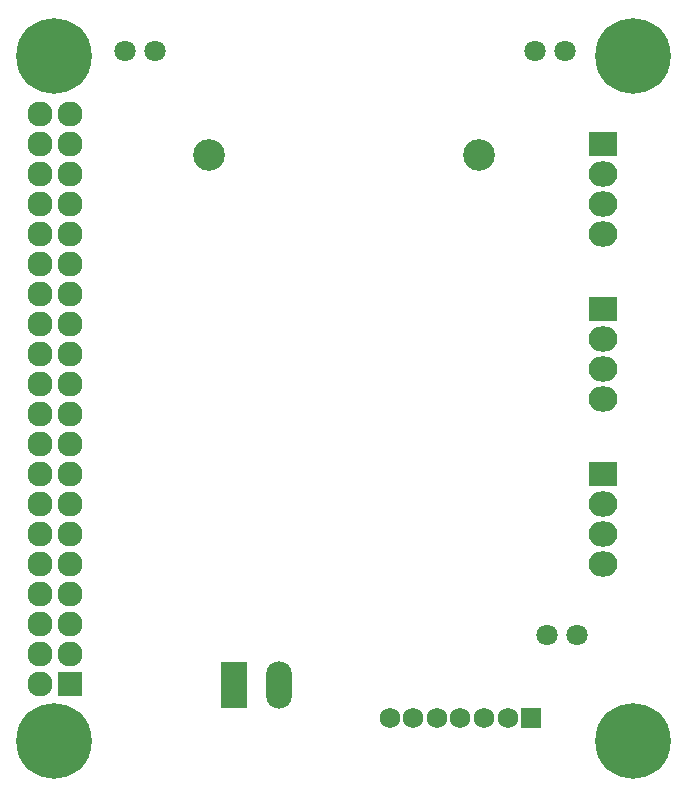
<source format=gbr>
G04 #@! TF.FileFunction,Soldermask,Bot*
%FSLAX46Y46*%
G04 Gerber Fmt 4.6, Leading zero omitted, Abs format (unit mm)*
G04 Created by KiCad (PCBNEW 4.0.7-e2-6376~58~ubuntu17.04.1) date Sat Sep 30 09:18:45 2017*
%MOMM*%
%LPD*%
G01*
G04 APERTURE LIST*
%ADD10C,0.100000*%
%ADD11C,6.400000*%
%ADD12R,2.200000X4.000000*%
%ADD13O,2.200000X4.000000*%
%ADD14R,1.750000X1.750000*%
%ADD15C,1.750000*%
%ADD16R,2.432000X2.127200*%
%ADD17O,2.432000X2.127200*%
%ADD18C,1.800000*%
%ADD19R,2.127200X2.127200*%
%ADD20O,2.127200X2.127200*%
%ADD21C,2.690000*%
G04 APERTURE END LIST*
D10*
D11*
X68500000Y-58500000D03*
X117500000Y-58500000D03*
X68500000Y-116500000D03*
X117500000Y-116500000D03*
D12*
X83750000Y-111750000D03*
D13*
X87560000Y-111750000D03*
D14*
X108900000Y-114500000D03*
D15*
X106900000Y-114500000D03*
X104900000Y-114500000D03*
X102900000Y-114500000D03*
X100900000Y-114500000D03*
X98900000Y-114500000D03*
X96900000Y-114500000D03*
D16*
X115000000Y-65922000D03*
D17*
X115000000Y-68462000D03*
X115000000Y-71002000D03*
X115000000Y-73542000D03*
D16*
X115000000Y-79892000D03*
D17*
X115000000Y-82432000D03*
X115000000Y-84972000D03*
X115000000Y-87512000D03*
D16*
X115000000Y-93862000D03*
D17*
X115000000Y-96402000D03*
X115000000Y-98942000D03*
X115000000Y-101482000D03*
D18*
X74500000Y-58100000D03*
X77040000Y-58100000D03*
X110200000Y-107500000D03*
X112740000Y-107500000D03*
X109200000Y-58100000D03*
X111740000Y-58100000D03*
D19*
X69826000Y-111650000D03*
D20*
X67286000Y-111650000D03*
X69826000Y-109110000D03*
X67286000Y-109110000D03*
X69826000Y-106570000D03*
X67286000Y-106570000D03*
X69826000Y-104030000D03*
X67286000Y-104030000D03*
X69826000Y-101490000D03*
X67286000Y-101490000D03*
X69826000Y-98950000D03*
X67286000Y-98950000D03*
X69826000Y-96410000D03*
X67286000Y-96410000D03*
X69826000Y-93870000D03*
X67286000Y-93870000D03*
X69826000Y-91330000D03*
X67286000Y-91330000D03*
X69826000Y-88790000D03*
X67286000Y-88790000D03*
X69826000Y-86250000D03*
X67286000Y-86250000D03*
X69826000Y-83710000D03*
X67286000Y-83710000D03*
X69826000Y-81170000D03*
X67286000Y-81170000D03*
X69826000Y-78630000D03*
X67286000Y-78630000D03*
X69826000Y-76090000D03*
X67286000Y-76090000D03*
X69826000Y-73550000D03*
X67286000Y-73550000D03*
X69826000Y-71010000D03*
X67286000Y-71010000D03*
X69826000Y-68470000D03*
X67286000Y-68470000D03*
X69826000Y-65930000D03*
X67286000Y-65930000D03*
X69826000Y-63390000D03*
X67286000Y-63390000D03*
D21*
X104460000Y-66900000D03*
X81600000Y-66900000D03*
M02*

</source>
